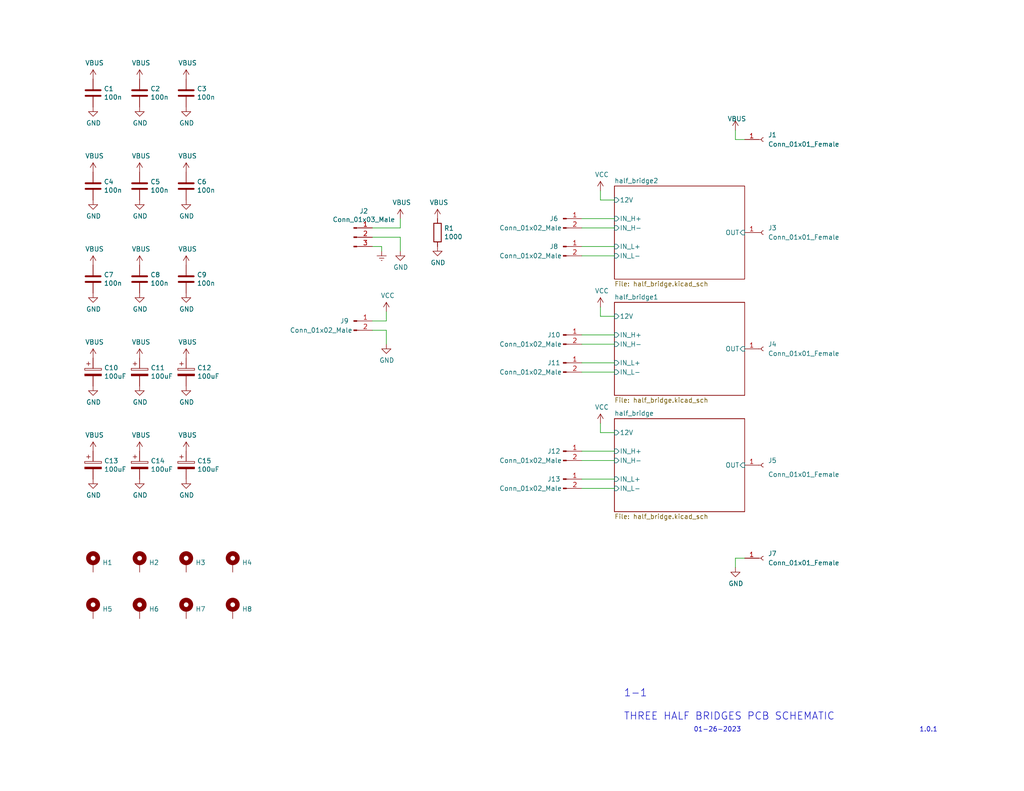
<source format=kicad_sch>
(kicad_sch (version 20211123) (generator eeschema)
  (paper "A")
  (lib_symbols
    (symbol "Connector:Conn_01x01_Female" (pin_names (offset 1.016) hide)
      (property "Reference" "J" (at 0 2.54 0))
      (property "Value" "Conn_01x01_Female" (at 0 -2.54 0))
      (symbol "Conn_01x01_Female_1_1"
        (polyline (pts (xy -1.27 0) (xy -0.508 0)) (stroke (width 0.1524)))
        (arc (start 0 0.508) (mid -0.508 0) (end 0 -0.508) (stroke (width 0.1524)))
        (pin passive line (at -5.08 0 0) (length 3.81) (name "Pin_1") (number "1"))
      )
    )
    (symbol "Connector:Conn_01x02_Male" (pin_names (offset 1.016) hide)
      (property "Reference" "J" (at 0 2.54 0))
      (property "Value" "Conn_01x02_Male" (at 0 -5.08 0))
      (symbol "Conn_01x02_Male_1_1"
        (polyline (pts (xy 1.27 -2.54) (xy 0.8636 -2.54)) (stroke (width 0.1524)))
        (polyline (pts (xy 1.27 0) (xy 0.8636 0)) (stroke (width 0.1524)))
        (rectangle (start 0.8636 -2.413) (end 0 -2.667) (stroke (width 0.1524)) (fill (type outline)))
        (rectangle (start 0.8636 0.127) (end 0 -0.127) (stroke (width 0.1524)) (fill (type outline)))
        (pin passive line (at 5.08 0 180) (length 3.81) (name "Pin_1") (number "1"))
        (pin passive line (at 5.08 -2.54 180) (length 3.81) (name "Pin_2") (number "2"))
      )
    )
    (symbol "Connector:Conn_01x03_Male" (pin_names (offset 1.016) hide)
      (property "Reference" "J" (at 0 5.08 0))
      (property "Value" "Conn_01x03_Male" (at 0 -5.08 0))
      (symbol "Conn_01x03_Male_1_1"
        (polyline (pts (xy 1.27 -2.54) (xy 0.8636 -2.54)) (stroke (width 0.1524)))
        (polyline (pts (xy 1.27 0) (xy 0.8636 0)) (stroke (width 0.1524)))
        (polyline (pts (xy 1.27 2.54) (xy 0.8636 2.54)) (stroke (width 0.1524)))
        (rectangle (start 0.8636 -2.413) (end 0 -2.667) (stroke (width 0.1524)) (fill (type outline)))
        (rectangle (start 0.8636 0.127) (end 0 -0.127) (stroke (width 0.1524)) (fill (type outline)))
        (rectangle (start 0.8636 2.667) (end 0 2.413) (stroke (width 0.1524)) (fill (type outline)))
        (pin passive line (at 5.08 2.54 180) (length 3.81) (name "Pin_1") (number "1"))
        (pin passive line (at 5.08 0 180) (length 3.81) (name "Pin_2") (number "2"))
        (pin passive line (at 5.08 -2.54 180) (length 3.81) (name "Pin_3") (number "3"))
      )
    )
    (symbol "Device:C" (pin_numbers hide) (pin_names (offset 0.254))
      (property "Reference" "C" (at 0.635 2.54 0))
      (property "Value" "C" (at 0.635 -2.54 0))
      (symbol "C_0_1"
        (polyline (pts (xy -2.032 -0.762) (xy 2.032 -0.762)) (stroke (width 0.508)))
        (polyline (pts (xy -2.032 0.762) (xy 2.032 0.762)) (stroke (width 0.508)))
      )
      (symbol "C_1_1"
        (pin passive line (at 0 3.81 270) (length 2.794) (name "~") (number "1"))
        (pin passive line (at 0 -3.81 90) (length 2.794) (name "~") (number "2"))
      )
    )
    (symbol "Device:CP" (pin_numbers hide) (pin_names (offset 0.254))
      (property "Reference" "C" (at 0.635 2.54 0))
      (property "Value" "Device_CP" (at 0.635 -2.54 0))
      (symbol "CP_0_1"
        (rectangle (start -2.286 0.508) (end 2.286 1.016))
        (polyline (pts (xy -1.778 2.286) (xy -0.762 2.286)))
        (polyline (pts (xy -1.27 2.794) (xy -1.27 1.778)))
        (rectangle (start 2.286 -0.508) (end -2.286 -1.016) (fill (type outline)))
      )
      (symbol "CP_1_1"
        (pin passive line (at 0 3.81 270) (length 2.794) (name "~") (number "1"))
        (pin passive line (at 0 -3.81 90) (length 2.794) (name "~") (number "2"))
      )
    )
    (symbol "Device:R" (pin_numbers hide) (pin_names (offset 0))
      (property "Reference" "R" (at 2.032 0 90))
      (property "Value" "R" (at 0 0 90))
      (symbol "R_0_1"
        (rectangle (start -1.016 -2.54) (end 1.016 2.54) (stroke (width 0.254)))
      )
      (symbol "R_1_1"
        (pin passive line (at 0 3.81 270) (length 1.27) (name "~") (number "1"))
        (pin passive line (at 0 -3.81 90) (length 1.27) (name "~") (number "2"))
      )
    )
    (symbol "Mechanical:MountingHole_Pad" (pin_numbers hide) (pin_names (offset 1.016) hide)
      (property "Reference" "H" (at 0 6.35 0))
      (property "Value" "MountingHole_Pad" (at 0 4.445 0))
      (symbol "MountingHole_Pad_0_1"
        (circle (center 0 1.27) (radius 1.27) (stroke (width 1.27)))
      )
      (symbol "MountingHole_Pad_1_1"
        (pin input line (at 0 -2.54 90) (length 2.54) (name "1") (number "1"))
      )
    )
    (symbol "power:Earth" (power) (pin_names (offset 0))
      (symbol "Earth_0_1"
        (polyline (pts (xy -0.635 -1.905) (xy 0.635 -1.905)))
        (polyline (pts (xy -0.127 -2.54) (xy 0.127 -2.54)))
        (polyline (pts (xy 0 -1.27) (xy 0 0)))
        (polyline (pts (xy 1.27 -1.27) (xy -1.27 -1.27)))
      )
      (symbol "Earth_1_1"
        (pin power_in line (at 0 0 270) (length 0) hide (name "Earth") (number "1"))
      )
    )
    (symbol "power:GND" (power) (pin_names (offset 0))
      (property "Value" "GND" (at 0 -3.81 0))
      (symbol "GND_0_1"
        (polyline (pts (xy 0 0) (xy 0 -1.27) (xy 1.27 -1.27) (xy 0 -2.54) (xy -1.27 -1.27) (xy 0 -1.27)))
      )
      (symbol "GND_1_1"
        (pin power_in line (at 0 0 270) (length 0) hide (name "GND") (number "1"))
      )
    )
    (symbol "power:VBUS" (power) (pin_names (offset 0))
      (property "Value" "VBUS" (at 0 3.81 0))
      (symbol "VBUS_0_1"
        (polyline (pts (xy -0.762 1.27) (xy 0 2.54)))
        (polyline (pts (xy 0 0) (xy 0 2.54)))
        (polyline (pts (xy 0 2.54) (xy 0.762 1.27)))
      )
      (symbol "VBUS_1_1"
        (pin power_in line (at 0 0 90) (length 0) hide (name "VBUS") (number "1"))
      )
    )
    (symbol "power:VCC" (power) (pin_names (offset 0))
      (property "Value" "VCC" (at 0 3.81 0))
      (symbol "VCC_0_1"
        (polyline (pts (xy -0.762 1.27) (xy 0 2.54)))
        (polyline (pts (xy 0 0) (xy 0 2.54)))
        (polyline (pts (xy 0 2.54) (xy 0.762 1.27)))
      )
      (symbol "VCC_1_1"
        (pin power_in line (at 0 0 90) (length 0) hide (name "VCC") (number "1"))
      )
    )
  )
  (wire (pts (xy 200.66 38.1) (xy 203.2 38.1)))
  (wire (pts (xy 158.75 130.81) (xy 167.64 130.81)))
  (wire (pts (xy 101.6 64.77) (xy 109.22 64.77)))
  (wire (pts (xy 163.83 118.11) (xy 167.64 118.11)))
  (wire (pts (xy 158.75 62.23) (xy 167.64 62.23)))
  (wire (pts (xy 158.75 67.31) (xy 167.64 67.31)))
  (wire (pts (xy 163.83 115.57) (xy 163.83 118.11)))
  (wire (pts (xy 163.83 54.61) (xy 167.64 54.61)))
  (wire (pts (xy 158.75 125.73) (xy 167.64 125.73)))
  (wire (pts (xy 158.75 133.35) (xy 167.64 133.35)))
  (wire (pts (xy 105.41 85.09) (xy 105.41 87.63)))
  (wire (pts (xy 101.6 62.23) (xy 109.22 62.23)))
  (wire (pts (xy 101.6 87.63) (xy 105.41 87.63)))
  (wire (pts (xy 105.41 90.17) (xy 105.41 93.98)))
  (wire (pts (xy 158.75 91.44) (xy 167.64 91.44)))
  (wire (pts (xy 158.75 59.69) (xy 167.64 59.69)))
  (wire (pts (xy 109.22 59.69) (xy 109.22 62.23)))
  (wire (pts (xy 200.66 35.56) (xy 200.66 38.1)))
  (wire (pts (xy 109.22 64.77) (xy 109.22 68.58)))
  (wire (pts (xy 158.75 69.85) (xy 167.64 69.85)))
  (wire (pts (xy 158.75 101.6) (xy 167.64 101.6)))
  (wire (pts (xy 158.75 99.06) (xy 167.64 99.06)))
  (wire (pts (xy 163.83 86.36) (xy 167.64 86.36)))
  (wire (pts (xy 200.66 154.94) (xy 200.66 152.4)))
  (wire (pts (xy 163.83 52.07) (xy 163.83 54.61)))
  (wire (pts (xy 158.75 123.19) (xy 167.64 123.19)))
  (wire (pts (xy 163.83 83.82) (xy 163.83 86.36)))
  (wire (pts (xy 158.75 93.98) (xy 167.64 93.98)))
  (wire (pts (xy 101.6 67.31) (xy 104.14 67.31)))
  (wire (pts (xy 104.14 67.31) (xy 104.14 68.58)))
  (wire (pts (xy 101.6 90.17) (xy 105.41 90.17)))
  (wire (pts (xy 200.66 152.4) (xy 203.2 152.4)))
  (text "01-26-2023" (at 189.23 200.025 0) (effects (font (size 1.27 1.27)) (justify left bottom)))
  (text "1-1" (at 170.18 190.5 0) (effects (font (size 2 2)) (justify left bottom)))
  (text "1.0.1" (at 250.825 200.025 0) (effects (font (size 1.27 1.27)) (justify left bottom)))
  (text "THREE HALF BRIDGES PCB SCHEMATIC" (at 170.18 196.85 0) (effects (font (size 2 2)) (justify left bottom)))
  (symbol (lib_id "Device:C") (at 50.8 25.4 180) (unit 1)
    (property "Reference" "C3" (at 53.721 24.2316 0) (effects (justify right)))
    (property "Value" "100n" (at 53.721 26.543 0) (effects (justify right)))
    (property "Footprint" "Capacitor_SMD:C_1210_3225Metric" (effects hide))
  )
  (symbol (lib_id "Device:C") (at 25.4 25.4 180) (unit 1)
    (property "Reference" "C1" (at 28.321 24.2316 0) (effects (justify right)))
    (property "Value" "100n" (at 28.321 26.543 0) (effects (justify right)))
    (property "Footprint" "Capacitor_SMD:C_1210_3225Metric" (effects hide))
  )
  (symbol (lib_id "Device:C") (at 38.1 25.4 180) (unit 1)
    (property "Reference" "C2" (at 41.021 24.2316 0) (effects (justify right)))
    (property "Value" "100n" (at 41.021 26.543 0) (effects (justify right)))
    (property "Footprint" "Capacitor_SMD:C_1210_3225Metric" (effects hide))
  )
  (symbol (lib_id "power:GND") (at 50.8 29.21 0) (unit 1)
    (property "Reference" "#PWR016" (effects hide))
    (property "Value" "GND" (at 50.927 33.6042 0))
  )
  (symbol (lib_id "power:GND") (at 25.4 29.21 0) (unit 1)
    (property "Reference" "#PWR014" (effects hide))
    (property "Value" "GND" (at 25.527 33.6042 0))
  )
  (symbol (lib_id "power:GND") (at 38.1 29.21 0) (unit 1)
    (property "Reference" "#PWR015" (effects hide))
    (property "Value" "GND" (at 38.227 33.6042 0))
  )
  (symbol (lib_id "power:GND") (at 38.1 105.41 0) (unit 1)
    (property "Reference" "#PWR033" (effects hide))
    (property "Value" "GND" (at 38.227 109.8042 0))
  )
  (symbol (lib_id "Device:CP") (at 38.1 101.6 0) (unit 1)
    (property "Reference" "C11" (at 41.0972 100.4316 0) (effects (justify left)))
    (property "Value" "100uF" (at 41.0972 102.743 0) (effects (justify left)))
    (property "Footprint" "Capacitor_THT:CP_Radial_D10.0mm_P5.00mm" (effects hide))
  )
  (symbol (lib_id "power:GND") (at 50.8 105.41 0) (unit 1)
    (property "Reference" "#PWR034" (effects hide))
    (property "Value" "GND" (at 50.927 109.8042 0))
  )
  (symbol (lib_id "Device:CP") (at 50.8 101.6 0) (unit 1)
    (property "Reference" "C12" (at 53.7972 100.4316 0) (effects (justify left)))
    (property "Value" "100uF" (at 53.7972 102.743 0) (effects (justify left)))
    (property "Footprint" "Capacitor_THT:CP_Radial_D10.0mm_P5.00mm" (effects hide))
  )
  (symbol (lib_id "power:GND") (at 25.4 105.41 0) (unit 1)
    (property "Reference" "#PWR032" (effects hide))
    (property "Value" "GND" (at 25.527 109.8042 0))
  )
  (symbol (lib_id "Device:CP") (at 25.4 101.6 0) (unit 1)
    (property "Reference" "C10" (at 28.3972 100.4316 0) (effects (justify left)))
    (property "Value" "100uF" (at 28.3972 102.743 0) (effects (justify left)))
    (property "Footprint" "Capacitor_THT:CP_Radial_D10.0mm_P5.00mm" (effects hide))
  )
  (symbol (lib_id "Device:R") (at 119.38 63.5 0) (unit 1)
    (property "Reference" "R1" (at 121.158 62.3316 0) (effects (justify left)))
    (property "Value" "1000" (at 121.158 64.643 0) (effects (justify left)))
    (property "Footprint" "Resistor_SMD:R_1206_3216Metric" (effects hide))
  )
  (symbol (lib_id "power:GND") (at 119.38 67.31 0) (unit 1)
    (property "Reference" "#PWR04" (effects hide))
    (property "Value" "GND" (at 119.507 71.7042 0))
  )
  (symbol (lib_id "power:VBUS") (at 109.22 59.69 0) (unit 1)
    (property "Reference" "#PWR02" (effects hide))
    (property "Value" "VBUS" (at 109.601 55.2958 0))
  )
  (symbol (lib_id "power:VBUS") (at 119.38 59.69 0) (unit 1)
    (property "Reference" "#PWR03" (effects hide))
    (property "Value" "VBUS" (at 119.761 55.2958 0))
  )
  (symbol (lib_id "power:VBUS") (at 25.4 21.59 0) (unit 1)
    (property "Reference" "#PWR011" (effects hide))
    (property "Value" "VBUS" (at 25.781 17.1958 0))
  )
  (symbol (lib_id "power:VBUS") (at 38.1 21.59 0) (unit 1)
    (property "Reference" "#PWR012" (effects hide))
    (property "Value" "VBUS" (at 38.481 17.1958 0))
  )
  (symbol (lib_id "power:VBUS") (at 50.8 21.59 0) (unit 1)
    (property "Reference" "#PWR013" (effects hide))
    (property "Value" "VBUS" (at 51.181 17.1958 0))
  )
  (symbol (lib_id "power:VBUS") (at 25.4 97.79 0) (unit 1)
    (property "Reference" "#PWR029" (effects hide))
    (property "Value" "VBUS" (at 25.781 93.3958 0))
  )
  (symbol (lib_id "power:VBUS") (at 38.1 97.79 0) (unit 1)
    (property "Reference" "#PWR030" (effects hide))
    (property "Value" "VBUS" (at 38.481 93.3958 0))
  )
  (symbol (lib_id "power:VBUS") (at 50.8 97.79 0) (unit 1)
    (property "Reference" "#PWR031" (effects hide))
    (property "Value" "VBUS" (at 51.181 93.3958 0))
  )
  (symbol (lib_id "power:GND") (at 109.22 68.58 0) (unit 1)
    (property "Reference" "#PWR06" (effects hide))
    (property "Value" "GND" (at 109.347 72.9742 0))
  )
  (symbol (lib_id "Mechanical:MountingHole_Pad") (at 25.4 153.67 0) (unit 1)
    (property "Reference" "H1" (at 27.94 153.5938 0) (effects (justify left)))
    (property "Value" "MountingHole_Pad " (effects hide))
    (property "Footprint" "MountingHole:MountingHole_5.5mm_Pad_Via" (effects hide))
  )
  (symbol (lib_id "Mechanical:MountingHole_Pad") (at 38.1 153.67 0) (unit 1)
    (property "Reference" "H2" (at 40.64 153.5938 0) (effects (justify left)))
    (property "Value" "MountingHole_Pad" (effects hide))
    (property "Footprint" "MountingHole:MountingHole_5.5mm_Pad_Via" (effects hide))
  )
  (symbol (lib_id "Mechanical:MountingHole_Pad") (at 50.8 153.67 0) (unit 1)
    (property "Reference" "H3" (at 53.34 153.5938 0) (effects (justify left)))
    (property "Value" "MountingHole_Pad" (effects hide))
    (property "Footprint" "MountingHole:MountingHole_5.5mm_Pad_Via" (effects hide))
  )
  (symbol (lib_id "Mechanical:MountingHole_Pad") (at 63.5 153.67 0) (unit 1)
    (property "Reference" "H4" (at 66.04 153.5938 0) (effects (justify left)))
    (property "Value" "MountingHole_Pad" (effects hide))
    (property "Footprint" "MountingHole:MountingHole_5.5mm_Pad_Via" (effects hide))
  )
  (symbol (lib_id "Connector:Conn_01x03_Male") (at 96.52 64.77 0) (unit 1)
    (property "Reference" "J2" (at 99.2632 57.6326 0))
    (property "Value" "Conn_01x03_Male" (at 99.2632 59.944 0))
    (property "Footprint" "Connector_JST:JST_VH_B3P-VH-B_1x03_P3.96mm_Vertical" (effects hide))
  )
  (symbol (lib_id "power:Earth") (at 104.14 68.58 0) (unit 1)
    (property "Reference" "#PWR05" (effects hide))
    (property "Value" "Earth" (effects hide))
  )
  (symbol (lib_id "Mechanical:MountingHole_Pad") (at 25.4 166.37 0) (unit 1)
    (property "Reference" "H5" (at 27.94 166.2938 0) (effects (justify left)))
    (property "Value" "MountingHole_Pad " (effects hide))
    (property "Footprint" "MountingHole:MountingHole_3.2mm_M3_Pad_Via" (effects hide))
  )
  (symbol (lib_id "Mechanical:MountingHole_Pad") (at 38.1 166.37 0) (unit 1)
    (property "Reference" "H6" (at 40.64 166.2938 0) (effects (justify left)))
    (property "Value" "MountingHole_Pad" (effects hide))
    (property "Footprint" "MountingHole:MountingHole_3.2mm_M3_Pad_Via" (effects hide))
  )
  (symbol (lib_id "Mechanical:MountingHole_Pad") (at 50.8 166.37 0) (unit 1)
    (property "Reference" "H7" (at 53.34 166.2938 0) (effects (justify left)))
    (property "Value" "MountingHole_Pad" (effects hide))
    (property "Footprint" "MountingHole:MountingHole_3.2mm_M3_Pad_Via" (effects hide))
  )
  (symbol (lib_id "Mechanical:MountingHole_Pad") (at 63.5 166.37 0) (unit 1)
    (property "Reference" "H8" (at 66.04 166.2938 0) (effects (justify left)))
    (property "Value" "MountingHole_Pad" (effects hide))
    (property "Footprint" "MountingHole:MountingHole_3.2mm_M3_Pad_Via" (effects hide))
  )
  (symbol (lib_id "Device:CP") (at 50.8 127 0) (unit 1)
    (property "Reference" "C15" (at 53.7972 125.8316 0) (effects (justify left)))
    (property "Value" "100uF" (at 53.7972 128.143 0) (effects (justify left)))
    (property "Footprint" "Capacitor_THT:CP_Radial_D10.0mm_P5.00mm" (effects hide))
  )
  (symbol (lib_id "Connector:Conn_01x01_Female") (at 208.28 38.1 0) (unit 1)
    (property "Reference" "J1" (at 209.55 36.8299 0) (effects (justify left)))
    (property "Value" "Conn_01x01_Female" (at 209.55 39.3699 0) (effects (justify left)))
    (property "Footprint" "universal-half-bridge:Screw Terminal 1" (effects hide))
  )
  (symbol (lib_id "power:VBUS") (at 50.8 123.19 0) (unit 1)
    (property "Reference" "#PWR037" (effects hide))
    (property "Value" "VBUS" (at 51.181 118.7958 0))
  )
  (symbol (lib_id "power:GND") (at 25.4 130.81 0) (unit 1)
    (property "Reference" "#PWR038" (effects hide))
    (property "Value" "GND" (at 25.527 135.2042 0))
  )
  (symbol (lib_id "Connector:Conn_01x02_Male") (at 153.67 59.69 0) (unit 1)
    (property "Reference" "J6" (at 151.13 59.69 0))
    (property "Value" "Conn_01x02_Male" (at 144.78 62.23 0))
    (property "Footprint" "Connector_JST:JST_PH_B2B-PH-K_1x02_P2.00mm_Vertical" (effects hide))
  )
  (symbol (lib_id "Connector:Conn_01x02_Male") (at 153.67 130.81 0) (unit 1)
    (property "Reference" "J13" (at 151.13 130.81 0))
    (property "Value" "Conn_01x02_Male" (at 144.78 133.35 0))
    (property "Footprint" "Connector_JST:JST_PH_B2B-PH-K_1x02_P2.00mm_Vertical" (effects hide))
  )
  (symbol (lib_id "power:GND") (at 38.1 54.61 0) (unit 1)
    (property "Reference" "#PWR021" (effects hide))
    (property "Value" "GND" (at 38.227 59.0042 0))
  )
  (symbol (lib_id "Device:CP") (at 25.4 127 0) (unit 1)
    (property "Reference" "C13" (at 28.3972 125.8316 0) (effects (justify left)))
    (property "Value" "100uF" (at 28.3972 128.143 0) (effects (justify left)))
    (property "Footprint" "Capacitor_THT:CP_Radial_D10.0mm_P5.00mm" (effects hide))
  )
  (symbol (lib_id "Device:C") (at 38.1 76.2 180) (unit 1)
    (property "Reference" "C8" (at 41.021 75.0316 0) (effects (justify right)))
    (property "Value" "100n" (at 41.021 77.343 0) (effects (justify right)))
    (property "Footprint" "Capacitor_SMD:C_1210_3225Metric" (effects hide))
  )
  (symbol (lib_id "power:GND") (at 50.8 130.81 0) (unit 1)
    (property "Reference" "#PWR040" (effects hide))
    (property "Value" "GND" (at 50.927 135.2042 0))
  )
  (symbol (lib_id "power:VBUS") (at 25.4 46.99 0) (unit 1)
    (property "Reference" "#PWR017" (effects hide))
    (property "Value" "VBUS" (at 25.781 42.5958 0))
  )
  (symbol (lib_id "power:VCC") (at 163.83 83.82 0) (unit 1)
    (property "Reference" "#PWR0102" (effects hide))
    (property "Value" "VCC" (at 164.211 79.4258 0))
  )
  (symbol (lib_id "power:VCC") (at 105.41 85.09 0) (unit 1)
    (property "Reference" "#PWR0104" (effects hide))
    (property "Value" "VCC" (at 105.791 80.6958 0))
  )
  (symbol (lib_id "Connector:Conn_01x02_Male") (at 153.67 67.31 0) (unit 1)
    (property "Reference" "J8" (at 151.13 67.31 0))
    (property "Value" "Conn_01x02_Male" (at 144.78 69.85 0))
    (property "Footprint" "Connector_JST:JST_PH_B2B-PH-K_1x02_P2.00mm_Vertical" (effects hide))
  )
  (symbol (lib_id "Device:CP") (at 38.1 127 0) (unit 1)
    (property "Reference" "C14" (at 41.0972 125.8316 0) (effects (justify left)))
    (property "Value" "100uF" (at 41.0972 128.143 0) (effects (justify left)))
    (property "Footprint" "Capacitor_THT:CP_Radial_D10.0mm_P5.00mm" (effects hide))
  )
  (symbol (lib_id "Connector:Conn_01x02_Male") (at 153.67 91.44 0) (unit 1)
    (property "Reference" "J10" (at 151.13 91.44 0))
    (property "Value" "Conn_01x02_Male" (at 144.78 93.98 0))
    (property "Footprint" "Connector_JST:JST_PH_B2B-PH-K_1x02_P2.00mm_Vertical" (effects hide))
  )
  (symbol (lib_id "Device:C") (at 25.4 76.2 180) (unit 1)
    (property "Reference" "C7" (at 28.321 75.0316 0) (effects (justify right)))
    (property "Value" "100n" (at 28.321 77.343 0) (effects (justify right)))
    (property "Footprint" "Capacitor_SMD:C_1210_3225Metric" (effects hide))
  )
  (symbol (lib_id "Device:C") (at 50.8 76.2 180) (unit 1)
    (property "Reference" "C9" (at 53.721 75.0316 0) (effects (justify right)))
    (property "Value" "100n" (at 53.721 77.343 0) (effects (justify right)))
    (property "Footprint" "Capacitor_SMD:C_1210_3225Metric" (effects hide))
  )
  (symbol (lib_id "power:GND") (at 25.4 54.61 0) (unit 1)
    (property "Reference" "#PWR020" (effects hide))
    (property "Value" "GND" (at 25.527 59.0042 0))
  )
  (symbol (lib_id "power:GND") (at 38.1 130.81 0) (unit 1)
    (property "Reference" "#PWR039" (effects hide))
    (property "Value" "GND" (at 38.227 135.2042 0))
  )
  (symbol (lib_id "Device:C") (at 50.8 50.8 180) (unit 1)
    (property "Reference" "C6" (at 53.721 49.6316 0) (effects (justify right)))
    (property "Value" "100n" (at 53.721 51.943 0) (effects (justify right)))
    (property "Footprint" "Capacitor_SMD:C_1210_3225Metric" (effects hide))
  )
  (symbol (lib_id "power:VCC") (at 163.83 115.57 0) (unit 1)
    (property "Reference" "#PWR0101" (effects hide))
    (property "Value" "VCC" (at 164.211 111.1758 0))
  )
  (symbol (lib_id "Device:C") (at 38.1 50.8 180) (unit 1)
    (property "Reference" "C5" (at 41.021 49.6316 0) (effects (justify right)))
    (property "Value" "100n" (at 41.021 51.943 0) (effects (justify right)))
    (property "Footprint" "Capacitor_SMD:C_1210_3225Metric" (effects hide))
  )
  (symbol (lib_id "power:VBUS") (at 38.1 46.99 0) (unit 1)
    (property "Reference" "#PWR018" (effects hide))
    (property "Value" "VBUS" (at 38.481 42.5958 0))
  )
  (symbol (lib_id "Device:C") (at 25.4 50.8 180) (unit 1)
    (property "Reference" "C4" (at 28.321 49.6316 0) (effects (justify right)))
    (property "Value" "100n" (at 28.321 51.943 0) (effects (justify right)))
    (property "Footprint" "Capacitor_SMD:C_1210_3225Metric" (effects hide))
  )
  (symbol (lib_id "Connector:Conn_01x01_Female") (at 208.28 127 0) (unit 1)
    (property "Reference" "J5" (at 209.55 125.7299 0) (effects (justify left)))
    (property "Value" "Conn_01x01_Female" (at 209.55 129.54 0) (effects (justify left)))
    (property "Footprint" "universal-half-bridge:Screw Terminal 1" (effects hide))
  )
  (symbol (lib_id "power:GND") (at 50.8 54.61 0) (unit 1)
    (property "Reference" "#PWR022" (effects hide))
    (property "Value" "GND" (at 50.927 59.0042 0))
  )
  (symbol (lib_id "power:VBUS") (at 50.8 46.99 0) (unit 1)
    (property "Reference" "#PWR019" (effects hide))
    (property "Value" "VBUS" (at 51.181 42.5958 0))
  )
  (symbol (lib_id "Connector:Conn_01x01_Female") (at 208.28 152.4 0) (unit 1)
    (property "Reference" "J7" (at 209.55 151.1299 0) (effects (justify left)))
    (property "Value" "Conn_01x01_Female" (at 209.55 153.6699 0) (effects (justify left)))
    (property "Footprint" "universal-half-bridge:Screw Terminal 1" (effects hide))
  )
  (symbol (lib_id "power:VCC") (at 163.83 52.07 0) (unit 1)
    (property "Reference" "#PWR07" (effects hide))
    (property "Value" "VCC" (at 164.211 47.6758 0))
  )
  (symbol (lib_id "power:GND") (at 50.8 80.01 0) (unit 1)
    (property "Reference" "#PWR028" (effects hide))
    (property "Value" "GND" (at 50.927 84.4042 0))
  )
  (symbol (lib_id "power:VBUS") (at 50.8 72.39 0) (unit 1)
    (property "Reference" "#PWR025" (effects hide))
    (property "Value" "VBUS" (at 51.181 67.9958 0))
  )
  (symbol (lib_id "Connector:Conn_01x02_Male") (at 153.67 123.19 0) (unit 1)
    (property "Reference" "J12" (at 151.13 123.19 0))
    (property "Value" "Conn_01x02_Male" (at 144.78 125.73 0))
    (property "Footprint" "Connector_JST:JST_PH_B2B-PH-K_1x02_P2.00mm_Vertical" (effects hide))
  )
  (symbol (lib_id "Connector:Conn_01x01_Female") (at 208.28 63.5 0) (unit 1)
    (property "Reference" "J3" (at 209.55 62.2299 0) (effects (justify left)))
    (property "Value" "Conn_01x01_Female" (at 209.55 64.7699 0) (effects (justify left)))
    (property "Footprint" "universal-half-bridge:Screw Terminal 1" (effects hide))
  )
  (symbol (lib_id "Connector:Conn_01x01_Female") (at 208.28 95.25 0) (unit 1)
    (property "Reference" "J4" (at 209.55 93.9799 0) (effects (justify left)))
    (property "Value" "Conn_01x01_Female" (at 209.55 96.5199 0) (effects (justify left)))
    (property "Footprint" "universal-half-bridge:Screw Terminal 1" (effects hide))
  )
  (symbol (lib_id "power:VBUS") (at 200.66 35.56 0) (unit 1)
    (property "Reference" "#PWR01" (effects hide))
    (property "Value" "VBUS" (at 201.041 32.4358 0))
  )
  (symbol (lib_id "power:GND") (at 38.1 80.01 0) (unit 1)
    (property "Reference" "#PWR027" (effects hide))
    (property "Value" "GND" (at 38.227 84.4042 0))
  )
  (symbol (lib_id "power:VBUS") (at 25.4 72.39 0) (unit 1)
    (property "Reference" "#PWR023" (effects hide))
    (property "Value" "VBUS" (at 25.781 67.9958 0))
  )
  (symbol (lib_id "Connector:Conn_01x02_Male") (at 153.67 99.06 0) (unit 1)
    (property "Reference" "J11" (at 151.13 99.06 0))
    (property "Value" "Conn_01x02_Male" (at 144.78 101.6 0))
    (property "Footprint" "Connector_JST:JST_PH_B2B-PH-K_1x02_P2.00mm_Vertical" (effects hide))
  )
  (symbol (lib_id "power:VBUS") (at 38.1 123.19 0) (unit 1)
    (property "Reference" "#PWR036" (effects hide))
    (property "Value" "VBUS" (at 38.481 118.7958 0))
  )
  (symbol (lib_id "power:VBUS") (at 25.4 123.19 0) (unit 1)
    (property "Reference" "#PWR035" (effects hide))
    (property "Value" "VBUS" (at 25.781 118.7958 0))
  )
  (symbol (lib_id "power:GND") (at 25.4 80.01 0) (unit 1)
    (property "Reference" "#PWR026" (effects hide))
    (property "Value" "GND" (at 25.527 84.4042 0))
  )
  (symbol (lib_id "power:GND") (at 200.66 154.94 0) (unit 1)
    (property "Reference" "#PWR08" (effects hide))
    (property "Value" "GND" (at 200.787 159.3342 0))
  )
  (symbol (lib_id "power:VBUS") (at 38.1 72.39 0) (unit 1)
    (property "Reference" "#PWR024" (effects hide))
    (property "Value" "VBUS" (at 38.481 67.9958 0))
  )
  (symbol (lib_id "power:GND") (at 105.41 93.98 0) (unit 1)
    (property "Reference" "#PWR0103" (effects hide))
    (property "Value" "GND" (at 105.537 98.3742 0))
  )
  (symbol (lib_id "Connector:Conn_01x02_Male") (at 96.52 87.63 0) (unit 1)
    (property "Reference" "J9" (at 93.98 87.63 0))
    (property "Value" "Conn_01x02_Male" (at 87.63 90.17 0))
    (property "Footprint" "Connector_JST:JST_PH_B2B-PH-K_1x02_P2.00mm_Vertical" (effects hide))
  )
  (sheet (at 167.64 50.8) (size 35.56 25.4) (stroke (width 0.1524))
    (property "Sheet name" "half_bridge2" (at 167.64 50.0884 0) (effects (justify left bottom)))
    (property "Sheet file" "half_bridge.kicad_sch" (at 167.64 76.7846 0) (effects (justify left top)))
    (pin "IN_L-" input (at 167.64 69.85 180))
    (pin "IN_L+" input (at 167.64 67.31 180))
    (pin "12V" input (at 167.64 54.61 180))
    (pin "IN_H-" input (at 167.64 62.23 180))
    (pin "IN_H+" input (at 167.64 59.69 180))
    (pin "OUT" input (at 203.2 63.5 0))
  )
  (sheet (at 167.64 114.3) (size 35.56 25.4) (stroke (width 0.1524))
    (property "Sheet name" "half_bridge" (at 167.64 113.5884 0) (effects (justify left bottom)))
    (property "Sheet file" "half_bridge.kicad_sch" (at 167.64 140.2846 0) (effects (justify left top)))
    (pin "IN_L-" input (at 167.64 133.35 180))
    (pin "IN_L+" input (at 167.64 130.81 180))
    (pin "12V" input (at 167.64 118.11 180))
    (pin "IN_H-" input (at 167.64 125.73 180))
    (pin "IN_H+" input (at 167.64 123.19 180))
    (pin "OUT" input (at 203.2 127 0))
  )
  (sheet (at 167.64 82.55) (size 35.56 25.4) (stroke (width 0.1524))
    (property "Sheet name" "half_bridge1" (at 167.64 81.8384 0) (effects (justify left bottom)))
    (property "Sheet file" "half_bridge.kicad_sch" (at 167.64 108.5346 0) (effects (justify left top)))
    (pin "IN_L-" input (at 167.64 101.6 180))
    (pin "IN_L+" input (at 167.64 99.06 180))
    (pin "12V" input (at 167.64 86.36 180))
    (pin "IN_H-" input (at 167.64 93.98 180))
    (pin "IN_H+" input (at 167.64 91.44 180))
    (pin "OUT" input (at 203.2 95.25 0))
  )
)
</source>
